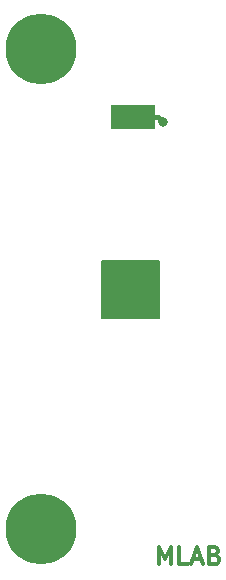
<source format=gbr>
%TF.GenerationSoftware,KiCad,Pcbnew,6.0.11+dfsg-1~bpo11+1*%
%TF.CreationDate,2023-04-12T09:04:15+00:00*%
%TF.ProjectId,PINHOLDER01,50494e48-4f4c-4444-9552-30312e6b6963,01A*%
%TF.SameCoordinates,Original*%
%TF.FileFunction,Copper,L1,Top*%
%TF.FilePolarity,Positive*%
%FSLAX46Y46*%
G04 Gerber Fmt 4.6, Leading zero omitted, Abs format (unit mm)*
G04 Created by KiCad (PCBNEW 6.0.11+dfsg-1~bpo11+1) date 2023-04-12 09:04:15*
%MOMM*%
%LPD*%
G01*
G04 APERTURE LIST*
%ADD10C,0.300000*%
%TA.AperFunction,NonConductor*%
%ADD11C,0.300000*%
%TD*%
%TA.AperFunction,ComponentPad*%
%ADD12C,6.000000*%
%TD*%
%TA.AperFunction,SMDPad,CuDef*%
%ADD13C,0.509900*%
%TD*%
%TA.AperFunction,SMDPad,CuDef*%
%ADD14R,3.800000X2.000000*%
%TD*%
%TA.AperFunction,ViaPad*%
%ADD15C,0.800000*%
%TD*%
%TA.AperFunction,Conductor*%
%ADD16C,0.400000*%
%TD*%
G04 APERTURE END LIST*
D10*
D11*
X124170347Y-114006316D02*
X124170347Y-112506316D01*
X124670347Y-113577745D01*
X125170347Y-112506316D01*
X125170347Y-114006316D01*
X126598918Y-114006316D02*
X125884632Y-114006316D01*
X125884632Y-112506316D01*
X127027489Y-113577745D02*
X127741775Y-113577745D01*
X126884632Y-114006316D02*
X127384632Y-112506316D01*
X127884632Y-114006316D01*
X128884632Y-113220602D02*
X129098918Y-113292030D01*
X129170347Y-113363459D01*
X129241775Y-113506316D01*
X129241775Y-113720602D01*
X129170347Y-113863459D01*
X129098918Y-113934887D01*
X128956061Y-114006316D01*
X128384632Y-114006316D01*
X128384632Y-112506316D01*
X128884632Y-112506316D01*
X129027489Y-112577745D01*
X129098918Y-112649173D01*
X129170347Y-112792030D01*
X129170347Y-112934887D01*
X129098918Y-113077745D01*
X129027489Y-113149173D01*
X128884632Y-113220602D01*
X128384632Y-113220602D01*
D12*
%TO.P,M3,1*%
%TO.N,GND*%
X114175179Y-70341146D03*
%TD*%
%TO.P,M4,1*%
%TO.N,GND*%
X114175179Y-110981146D03*
%TD*%
D13*
%TO.P,TP1,1,1*%
%TO.N,/circle_0*%
X120750000Y-90750000D03*
%TD*%
D14*
%TO.P,TP2,1,1*%
%TO.N,Net-(J1-Pad1)*%
X122000000Y-76150000D03*
%TD*%
D15*
%TO.N,/circle_0*%
X119700000Y-88800000D03*
%TO.N,Net-(J1-Pad1)*%
X124480000Y-76520000D03*
%TD*%
D16*
%TO.N,Net-(J1-Pad1)*%
X124480000Y-76520000D02*
X124110000Y-76150000D01*
X124110000Y-76150000D02*
X122000000Y-76150000D01*
%TD*%
%TA.AperFunction,Conductor*%
%TO.N,/circle_0*%
G36*
X124192121Y-88270002D02*
G01*
X124238614Y-88323658D01*
X124250000Y-88376000D01*
X124250000Y-93124000D01*
X124229998Y-93192121D01*
X124176342Y-93238614D01*
X124124000Y-93250000D01*
X119376000Y-93250000D01*
X119307879Y-93229998D01*
X119261386Y-93176342D01*
X119250000Y-93124000D01*
X119250000Y-88376000D01*
X119270002Y-88307879D01*
X119323658Y-88261386D01*
X119376000Y-88250000D01*
X124124000Y-88250000D01*
X124192121Y-88270002D01*
G37*
%TD.AperFunction*%
%TD*%
M02*

</source>
